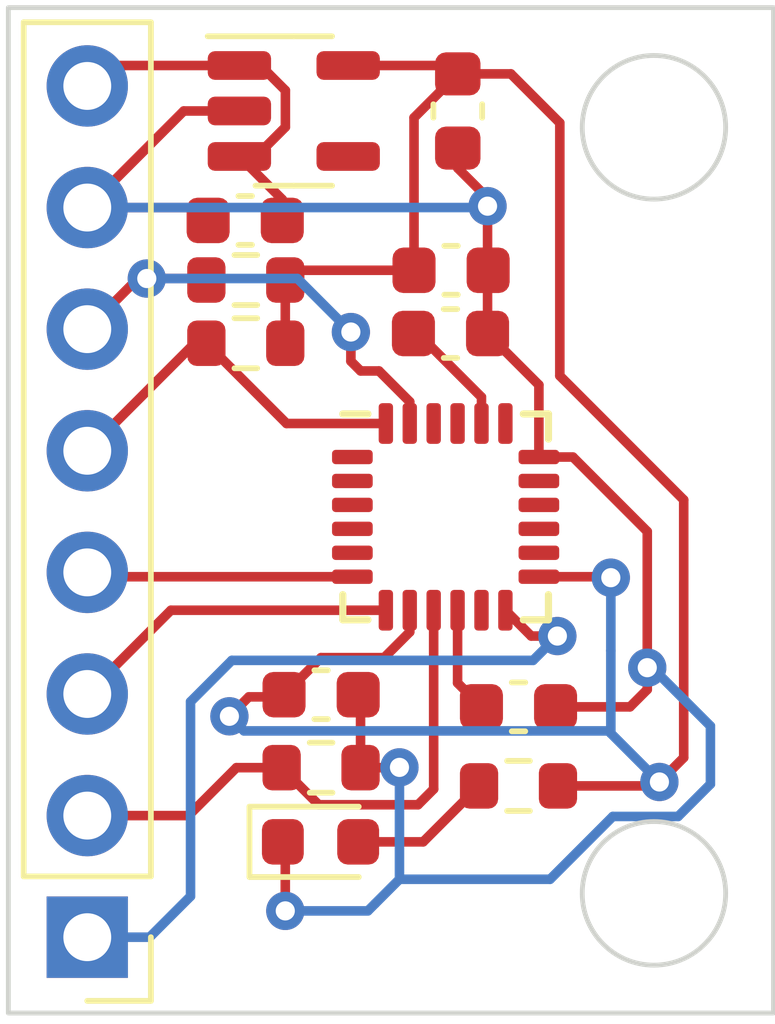
<source format=kicad_pcb>
(kicad_pcb (version 20211014) (generator pcbnew)
  (layers (0 "F.Cu" signal "cobre frontal") (31 "B.Cu" signal "Cobre traseira") (34 "B.Paste" user "Pasta traseira") (35 "F.Paste" user "Pasta frontal") (36 "B.SilkS" user "Serigrafia traseira") (37 "F.SilkS" user "Serigrafia frontal") (38 "B.Mask" user "Máscara traseira") (39 "F.Mask" user "Máscara frontal") (44 "Edge.Cuts" user "Cortes contorno"))
  (net 0 "")
  (net 3 "INT")
  (net 4 "AD0")
  (net 5 "XCL")
  (net 6 "XDA")
  (net 7 "SDA")
  (net 8 "SCL")
  (net 9 "GND")
  (net 10 "VCC")
  (net 11 "+3V3")
  (net 12 "Net-(U1-Pad10)")
  (net 13 "Net-(U1-Pad20)")
  (net 14 "Net-(R3-Pad2)")
  (footprint "Resistor_SMD:R_0603_1608Metric" (layer "F.Cu") (at 18.7838 20.656 180)
    (fp_text reference "R2" hide)
    (fp_text value "R")
    (fp_line (start -0.237258 -0.5225) (end 0.237258 -0.5225) (layer "F.SilkS") (width 0.12))
    (fp_line (start -0.237258 0.5225) (end 0.237258 0.5225) (layer "F.SilkS") (width 0.12))
    (pad "1" smd roundrect (at -0.825 0 180) (size 0.8 0.95) (layers "F.Cu" "F.Paste" "F.Mask") (net 11 "+3V3"))
    (pad "2" smd roundrect (at 0.825 0 180) (size 0.8 0.95) (layers "F.Cu" "F.Paste" "F.Mask") (net 7 "SDA"))
  )
  (footprint "Capacitor_SMD:C_0603_1608Metric" (layer "F.Cu") (at 18.7706 18.0906 180)
    (fp_text reference "C1" hide)
    (fp_text value "C" hide)
    (fp_line (start -0.14058 -0.51) (end 0.14058 -0.51) (layer "F.SilkS") (width 0.12))
    (fp_line (start -0.14058 0.51) (end 0.14058 0.51) (layer "F.SilkS") (width 0.12))
    (pad "1" smd roundrect (at -0.775 0 180) (size 0.9 0.95) (layers "F.Cu" "F.Paste" "F.Mask") (net 10 "VCC"))
    (pad "2" smd roundrect (at 0.775 0 180) (size 0.9 0.95) (layers "F.Cu" "F.Paste" "F.Mask") (net 9 "GND"))
  )
  (footprint "Resistor_SMD:R_0603_1608Metric" (layer "F.Cu") (at 20.3576 29.5206)
    (fp_text reference "R4" hide)
    (fp_text value "R" hide)
    (fp_line (start -0.237258 0.5225) (end 0.237258 0.5225) (layer "F.SilkS") (width 0.12))
    (fp_line (start -0.237258 -0.5225) (end 0.237258 -0.5225) (layer "F.SilkS") (width 0.12))
    (pad "1" smd roundrect (at -0.825 0) (size 0.8 0.95) (layers "F.Cu" "F.Paste" "F.Mask") (net 4 "AD0"))
    (pad "2" smd roundrect (at 0.825 0) (size 0.8 0.95) (layers "F.Cu" "F.Paste" "F.Mask") (net 9 "GND"))
  )
  (footprint "Capacitor_SMD:C_0603_1608Metric" (layer "F.Cu") (at 23.0632 20.4528)
    (fp_text reference "C6" hide)
    (fp_text value "C" hide)
    (fp_line (start -0.14058 -0.51) (end 0.14058 -0.51) (layer "F.SilkS") (width 0.12))
    (fp_line (start -0.14058 0.51) (end 0.14058 0.51) (layer "F.SilkS") (width 0.12))
    (pad "1" smd roundrect (at -0.775 0) (size 0.9 0.95) (layers "F.Cu" "F.Paste" "F.Mask") (net 13 "Net-(U1-Pad20)"))
    (pad "2" smd roundrect (at 0.775 0) (size 0.9 0.95) (layers "F.Cu" "F.Paste" "F.Mask") (net 9 "GND"))
  )
  (footprint "Capacitor_SMD:C_0603_1608Metric" (layer "F.Cu") (at 20.3578 27.9966)
    (fp_text reference "C4" hide)
    (fp_text value "C" hide)
    (fp_line (start -0.14058 0.51) (end 0.14058 0.51) (layer "F.SilkS") (width 0.12))
    (fp_line (start -0.14058 -0.51) (end 0.14058 -0.51) (layer "F.SilkS") (width 0.12))
    (pad "1" smd roundrect (at -0.775 0) (size 0.9 0.95) (layers "F.Cu" "F.Paste" "F.Mask") (net 11 "+3V3"))
    (pad "2" smd roundrect (at 0.775 0) (size 0.9 0.95) (layers "F.Cu" "F.Paste" "F.Mask") (net 9 "GND"))
  )
  (footprint "Resistor_SMD:R_0603_1608Metric" (layer "F.Cu") (at 18.7838 19.3352 180)
    (fp_text reference "R1" hide)
    (fp_text value "R")
    (fp_line (start -0.237258 -0.5225) (end 0.237258 -0.5225) (layer "F.SilkS") (width 0.12))
    (fp_line (start -0.237258 0.5225) (end 0.237258 0.5225) (layer "F.SilkS") (width 0.12))
    (pad "1" smd roundrect (at -0.825 0 180) (size 0.8 0.95) (layers "F.Cu" "F.Paste" "F.Mask") (net 11 "+3V3"))
    (pad "2" smd roundrect (at 0.825 0 180) (size 0.8 0.95) (layers "F.Cu" "F.Paste" "F.Mask") (net 8 "SCL"))
  )
  (footprint "Package_TO_SOT_SMD:SOT-23-5" (layer "F.Cu") (at 19.7866 15.8046)
    (fp_text reference "U2" hide)
    (fp_text value "TC2185-3.3VxCTTR" hide)
    (fp_line (start 0 -1.56) (end -1.8 -1.56) (layer "F.SilkS") (width 0.12))
    (fp_line (start 0 1.56) (end -0.8 1.56) (layer "F.SilkS") (width 0.12))
    (fp_line (start 0 1.56) (end 0.8 1.56) (layer "F.SilkS") (width 0.12))
    (fp_line (start 0 -1.56) (end 0.8 -1.56) (layer "F.SilkS") (width 0.12))
    (pad "1" smd roundrect (at -1.1375 -0.95) (size 1.325 0.6) (layers "F.Cu" "F.Paste" "F.Mask") (net 10 "VCC"))
    (pad "2" smd roundrect (at -1.1375 0) (size 1.325 0.6) (layers "F.Cu" "F.Paste" "F.Mask") (net 9 "GND"))
    (pad "3" smd roundrect (at -1.1375 0.95) (size 1.325 0.6) (layers "F.Cu" "F.Paste" "F.Mask") (net 10 "VCC"))
    (pad "4" smd roundrect (at 1.1375 0.95) (size 1.325 0.6) (layers "F.Cu" "F.Paste" "F.Mask"))
    (pad "5" smd roundrect (at 1.1375 -0.95) (size 1.325 0.6) (layers "F.Cu" "F.Paste" "F.Mask") (net 11 "+3V3"))
  )
  (footprint "Connector_PinHeader_2.54mm:PinHeader_1x08_P2.54mm_Vertical" (layer "F.Cu") (at 15.4686 33.0616 180)
    (fp_text reference "J1" hide)
    (fp_text value "Conn_01x08_MountingPin" hide)
    (fp_line (start -1.33 -1.33) (end 0 -1.33) (layer "F.SilkS") (width 0.12))
    (fp_line (start -1.33 0) (end -1.33 -1.33) (layer "F.SilkS") (width 0.12))
    (fp_line (start -1.33 19.11) (end 1.33 19.11) (layer "F.SilkS") (width 0.12))
    (fp_line (start 1.33 1.27) (end 1.33 19.11) (layer "F.SilkS") (width 0.12))
    (fp_line (start -1.33 1.27) (end -1.33 19.11) (layer "F.SilkS") (width 0.12))
    (fp_line (start -1.33 1.27) (end 1.33 1.27) (layer "F.SilkS") (width 0.12))
    (pad "1" thru_hole rect (at 0 0 180) (size 1.7 1.7) (drill 1) (layers *.Cu *.Mask) (net 3 "INT"))
    (pad "2" thru_hole oval (at 0 2.54 180) (size 1.7 1.7) (drill 1) (layers *.Cu *.Mask) (net 4 "AD0"))
    (pad "3" thru_hole oval (at 0 5.08 180) (size 1.7 1.7) (drill 1) (layers *.Cu *.Mask) (net 5 "XCL"))
    (pad "4" thru_hole oval (at 0 7.62 180) (size 1.7 1.7) (drill 1) (layers *.Cu *.Mask) (net 6 "XDA"))
    (pad "5" thru_hole oval (at 0 10.16 180) (size 1.7 1.7) (drill 1) (layers *.Cu *.Mask) (net 7 "SDA"))
    (pad "6" thru_hole oval (at 0 12.7 180) (size 1.7 1.7) (drill 1) (layers *.Cu *.Mask) (net 8 "SCL"))
    (pad "7" thru_hole oval (at 0 15.24 180) (size 1.7 1.7) (drill 1) (layers *.Cu *.Mask) (net 9 "GND"))
    (pad "8" thru_hole oval (at 0 17.78 180) (size 1.7 1.7) (drill 1) (layers *.Cu *.Mask) (net 10 "VCC"))
  )
  (footprint "Sensor_Motion:InvenSense_QFN-24_4x4mm_P0.5mm" (layer "F.Cu") (at 22.9616 24.2824)
    (fp_text reference "U1" hide)
    (fp_text value "MPU-6050" hide)
    (fp_line (start 2.15 2.15) (end 2.15 1.625) (layer "F.SilkS") (width 0.15))
    (fp_line (start 2.15 -2.15) (end 2.15 -1.625) (layer "F.SilkS") (width 0.15))
    (fp_line (start -2.15 2.15) (end -2.15 1.625) (layer "F.SilkS") (width 0.15))
    (fp_line (start 2.15 2.15) (end 1.625 2.15) (layer "F.SilkS") (width 0.15))
    (fp_line (start -2.15 2.15) (end -1.625 2.15) (layer "F.SilkS") (width 0.15))
    (fp_line (start 2.15 -2.15) (end 1.625 -2.15) (layer "F.SilkS") (width 0.15))
    (fp_line (start -2.15 -2.15) (end -1.625 -2.15) (layer "F.SilkS") (width 0.15))
    (pad "1" smd roundrect (at -1.95 -1.25) (size 0.85 0.3) (layers "F.Cu" "F.Paste" "F.Mask"))
    (pad "2" smd roundrect (at -1.95 -0.75) (size 0.85 0.3) (layers "F.Cu" "F.Paste" "F.Mask"))
    (pad "3" smd roundrect (at -1.95 -0.25) (size 0.85 0.3) (layers "F.Cu" "F.Paste" "F.Mask"))
    (pad "4" smd roundrect (at -1.95 0.25) (size 0.85 0.3) (layers "F.Cu" "F.Paste" "F.Mask"))
    (pad "5" smd roundrect (at -1.95 0.75) (size 0.85 0.3) (layers "F.Cu" "F.Paste" "F.Mask"))
    (pad "6" smd roundrect (at -1.95 1.25) (size 0.85 0.3) (layers "F.Cu" "F.Paste" "F.Mask") (net 6 "XDA"))
    (pad "7" smd roundrect (at -1.25 1.95 90) (size 0.85 0.3) (layers "F.Cu" "F.Paste" "F.Mask") (net 5 "XCL"))
    (pad "8" smd roundrect (at -0.75 1.95 90) (size 0.85 0.3) (layers "F.Cu" "F.Paste" "F.Mask") (net 11 "+3V3"))
    (pad "9" smd roundrect (at -0.25 1.95 90) (size 0.85 0.3) (layers "F.Cu" "F.Paste" "F.Mask") (net 4 "AD0"))
    (pad "10" smd roundrect (at 0.25 1.95 90) (size 0.85 0.3) (layers "F.Cu" "F.Paste" "F.Mask") (net 12 "Net-(U1-Pad10)"))
    (pad "11" smd roundrect (at 0.75 1.95 90) (size 0.85 0.3) (layers "F.Cu" "F.Paste" "F.Mask"))
    (pad "12" smd roundrect (at 1.25 1.95 90) (size 0.85 0.3) (layers "F.Cu" "F.Paste" "F.Mask") (net 3 "INT"))
    (pad "13" smd roundrect (at 1.95 1.25) (size 0.85 0.3) (layers "F.Cu" "F.Paste" "F.Mask") (net 11 "+3V3"))
    (pad "14" smd roundrect (at 1.95 0.75) (size 0.85 0.3) (layers "F.Cu" "F.Paste" "F.Mask"))
    (pad "15" smd roundrect (at 1.95 0.25) (size 0.85 0.3) (layers "F.Cu" "F.Paste" "F.Mask"))
    (pad "16" smd roundrect (at 1.95 -0.25) (size 0.85 0.3) (layers "F.Cu" "F.Paste" "F.Mask"))
    (pad "17" smd roundrect (at 1.95 -0.75) (size 0.85 0.3) (layers "F.Cu" "F.Paste" "F.Mask"))
    (pad "18" smd roundrect (at 1.95 -1.25) (size 0.85 0.3) (layers "F.Cu" "F.Paste" "F.Mask") (net 9 "GND"))
    (pad "19" smd roundrect (at 1.25 -1.95 90) (size 0.85 0.3) (layers "F.Cu" "F.Paste" "F.Mask"))
    (pad "20" smd roundrect (at 0.75 -1.95 90) (size 0.85 0.3) (layers "F.Cu" "F.Paste" "F.Mask") (net 13 "Net-(U1-Pad20)"))
    (pad "21" smd roundrect (at 0.25 -1.95 90) (size 0.85 0.3) (layers "F.Cu" "F.Paste" "F.Mask"))
    (pad "22" smd roundrect (at -0.25 -1.95 90) (size 0.85 0.3) (layers "F.Cu" "F.Paste" "F.Mask"))
    (pad "23" smd roundrect (at -0.75 -1.95 90) (size 0.85 0.3) (layers "F.Cu" "F.Paste" "F.Mask") (net 8 "SCL"))
    (pad "24" smd roundrect (at -1.25 -1.95 90) (size 0.85 0.3) (layers "F.Cu" "F.Paste" "F.Mask") (net 7 "SDA"))
  )
  (footprint "Capacitor_SMD:C_0603_1608Metric" (layer "F.Cu") (at 23.0756 19.132)
    (fp_text reference "C2" hide)
    (fp_text value "C" hide)
    (fp_line (start -0.14058 -0.51) (end 0.14058 -0.51) (layer "F.SilkS") (width 0.12))
    (fp_line (start -0.14058 0.51) (end 0.14058 0.51) (layer "F.SilkS") (width 0.12))
    (pad "1" smd roundrect (at -0.775 0) (size 0.9 0.95) (layers "F.Cu" "F.Paste" "F.Mask") (net 11 "+3V3"))
    (pad "2" smd roundrect (at 0.775 0) (size 0.9 0.95) (layers "F.Cu" "F.Paste" "F.Mask") (net 9 "GND"))
  )
  (footprint "Capacitor_SMD:C_0603_1608Metric" (layer "F.Cu") (at 23.2156 15.8046 -90)
    (fp_text reference "C3" hide)
    (fp_text value "C" hide)
    (fp_line (start -0.14058 0.51) (end 0.14058 0.51) (layer "F.SilkS") (width 0.12))
    (fp_line (start -0.14058 -0.51) (end 0.14058 -0.51) (layer "F.SilkS") (width 0.12))
    (pad "1" smd roundrect (at -0.775 0 270) (size 0.9 0.95) (layers "F.Cu" "F.Paste" "F.Mask") (net 11 "+3V3"))
    (pad "2" smd roundrect (at 0.775 0 270) (size 0.9 0.95) (layers "F.Cu" "F.Paste" "F.Mask") (net 9 "GND"))
  )
  (footprint "Resistor_SMD:R_0603_1608Metric" (layer "F.Cu") (at 24.4856 29.9016 180)
    (fp_text reference "R3" hide)
    (fp_text value "R" hide)
    (fp_line (start -0.237258 0.5225) (end 0.237258 0.5225) (layer "F.SilkS") (width 0.12))
    (fp_line (start -0.237258 -0.5225) (end 0.237258 -0.5225) (layer "F.SilkS") (width 0.12))
    (pad "1" smd roundrect (at -0.825 0 180) (size 0.8 0.95) (layers "F.Cu" "F.Paste" "F.Mask") (net 11 "+3V3"))
    (pad "2" smd roundrect (at 0.825 0 180) (size 0.8 0.95) (layers "F.Cu" "F.Paste" "F.Mask") (net 14 "Net-(R3-Pad2)"))
  )
  (footprint "Capacitor_SMD:C_0603_1608Metric" (layer "F.Cu") (at 24.4856 28.2506)
    (fp_text reference "C5" hide)
    (fp_text value "C" hide)
    (fp_line (start -0.14058 0.51) (end 0.14058 0.51) (layer "F.SilkS") (width 0.12))
    (fp_line (start -0.14058 -0.51) (end 0.14058 -0.51) (layer "F.SilkS") (width 0.12))
    (pad "1" smd roundrect (at -0.775 0) (size 0.9 0.95) (layers "F.Cu" "F.Paste" "F.Mask") (net 12 "Net-(U1-Pad10)"))
    (pad "2" smd roundrect (at 0.775 0) (size 0.9 0.95) (layers "F.Cu" "F.Paste" "F.Mask") (net 9 "GND"))
  )
  (footprint "LED_SMD:LED_0603_1608Metric" (layer "F.Cu") (at 20.3453 31.07)
    (fp_text reference "D1" hide)
    (fp_text value "LED" hide)
    (fp_line (start -1.485 -0.735) (end -1.485 0.735) (layer "F.SilkS") (width 0.12))
    (fp_line (start 0.8 -0.735) (end -1.485 -0.735) (layer "F.SilkS") (width 0.12))
    (fp_line (start -1.485 0.735) (end 0.8 0.735) (layer "F.SilkS") (width 0.12))
    (pad "1" smd roundrect (at -0.7875 0) (size 0.875 0.95) (layers "F.Cu" "F.Paste" "F.Mask") (net 9 "GND"))
    (pad "2" smd roundrect (at 0.7875 0) (size 0.875 0.95) (layers "F.Cu" "F.Paste" "F.Mask") (net 14 "Net-(R3-Pad2)"))
  )
  (gr_rect (start 13.8176 13.6456) (end 29.8176 34.6456) (layer "Edge.Cuts") (width 0.1) (fill none))
  (gr_circle (center 27.3176 32.1456) (end 28.8176 32.1456) (layer "Edge.Cuts") (width 0.1) (fill none))
  (gr_circle (center 27.3176 16.1456) (end 28.8176 16.1456) (layer "Edge.Cuts") (width 0.1) (fill none))
  (segment (start 24.2116 26.2324) (end 24.7508 26.7716) (width 0.2) (layer "F.Cu") (net 3))
  (segment (start 24.7508 26.7716) (end 25.2984 26.7716) (width 0.2) (layer "F.Cu") (net 3))
  (via (at 25.2984 26.7716) (size 0.8) (drill 0.4) (layers "F.Cu" "B.Cu") (net 3))
  (segment (start 17.6276 28.1432) (end 17.6276 32.2072) (width 0.2) (layer "B.Cu") (net 3))
  (segment (start 16.7732 33.0616) (end 15.4686 33.0616) (width 0.2) (layer "B.Cu") (net 3))
  (segment (start 25.2984 26.7716) (end 24.7904 27.2796) (width 0.2) (layer "B.Cu") (net 3))
  (segment (start 17.6276 32.2072) (end 16.7732 33.0616) (width 0.2) (layer "B.Cu") (net 3))
  (segment (start 24.7904 27.2796) (end 18.4912 27.2796) (width 0.2) (layer "B.Cu") (net 3))
  (segment (start 18.4912 27.2796) (end 17.6276 28.1432) (width 0.2) (layer "B.Cu") (net 3))
  (segment (start 17.586 30.5216) (end 18.587 29.5206) (width 0.2) (layer "F.Cu") (net 4))
  (segment (start 20.30712 30.29512) (end 19.5326 29.5206) (width 0.2) (layer "F.Cu") (net 4))
  (segment (start 22.7116 29.968) (end 22.38448 30.29512) (width 0.2) (layer "F.Cu") (net 4))
  (segment (start 22.7116 26.2324) (end 22.7116 29.968) (width 0.2) (layer "F.Cu") (net 4))
  (segment (start 15.4686 30.5216) (end 17.586 30.5216) (width 0.2) (layer "F.Cu") (net 4))
  (segment (start 18.587 29.5206) (end 19.5326 29.5206) (width 0.2) (layer "F.Cu") (net 4))
  (segment (start 22.38448 30.29512) (end 20.30712 30.29512) (width 0.2) (layer "F.Cu") (net 4))
  (segment (start 17.2178 26.2324) (end 15.4686 27.9816) (width 0.2) (layer "F.Cu") (net 5))
  (segment (start 21.7116 26.2324) (end 17.2178 26.2324) (width 0.2) (layer "F.Cu") (net 5))
  (segment (start 15.5594 25.5324) (end 15.4686 25.4416) (width 0.2) (layer "F.Cu") (net 6))
  (segment (start 21.0116 25.5324) (end 15.5594 25.5324) (width 0.2) (layer "F.Cu") (net 6))
  (segment (start 15.4686 22.9016) (end 17.7142 20.656) (width 0.2) (layer "F.Cu") (net 7))
  (segment (start 19.6352 22.3324) (end 17.9588 20.656) (width 0.2) (layer "F.Cu") (net 7))
  (segment (start 21.7116 22.3324) (end 19.6352 22.3324) (width 0.2) (layer "F.Cu") (net 7))
  (segment (start 17.7142 20.656) (end 17.9588 20.656) (width 0.2) (layer "F.Cu") (net 7))
  (segment (start 22.2116 21.877749) (end 21.568251 21.2344) (width 0.2) (layer "F.Cu") (net 8))
  (segment (start 15.4686 20.3616) (end 16.5262 19.304) (width 0.2) (layer "F.Cu") (net 8))
  (segment (start 16.7132 19.304) (end 17.9276 19.304) (width 0.2) (layer "F.Cu") (net 8))
  (segment (start 17.9276 19.304) (end 17.9588 19.3352) (width 0.2) (layer "F.Cu") (net 8))
  (segment (start 21.1836 21.2344) (end 20.9804 21.0312) (width 0.2) (layer "F.Cu") (net 8))
  (segment (start 20.9804 21.0312) (end 20.9804 20.4216) (width 0.2) (layer "F.Cu") (net 8))
  (segment (start 22.2116 22.3324) (end 22.2116 21.877749) (width 0.2) (layer "F.Cu") (net 8))
  (segment (start 21.568251 21.2344) (end 21.1836 21.2344) (width 0.2) (layer "F.Cu") (net 8))
  (segment (start 16.5262 19.304) (end 16.7132 19.304) (width 0.2) (layer "F.Cu") (net 8))
  (via (at 20.9804 20.4216) (size 0.8) (drill 0.4) (layers "F.Cu" "B.Cu") (net 8))
  (via (at 16.7132 19.304) (size 0.8) (drill 0.4) (layers "F.Cu" "B.Cu") (net 8))
  (segment (start 19.8628 19.304) (end 16.7132 19.304) (width 0.2) (layer "B.Cu") (net 8))
  (segment (start 20.9804 20.4216) (end 19.8628 19.304) (width 0.2) (layer "B.Cu") (net 8))
  (segment (start 25.2606 28.2506) (end 26.8166 28.2506) (width 0.2) (layer "F.Cu") (net 9))
  (segment (start 23.8382 20.4528) (end 23.8382 17.793) (width 0.2) (layer "F.Cu") (net 9))
  (segment (start 23.8382 17.621) (end 23.8382 17.793) (width 0.2) (layer "F.Cu") (net 9))
  (segment (start 25.6232 23.0324) (end 27.178 24.5872) (width 0.2) (layer "F.Cu") (net 9))
  (segment (start 27.178 24.5872) (end 27.178 27.432) (width 0.2) (layer "F.Cu") (net 9))
  (segment (start 19.6088 32.512) (end 19.6088 31.121) (width 0.2) (layer "F.Cu") (net 9))
  (segment (start 21.1826 29.5206) (end 21.1826 28.0464) (width 0.2) (layer "F.Cu") (net 9))
  (segment (start 24.9116 21.5262) (end 23.8382 20.4528) (width 0.2) (layer "F.Cu") (net 9))
  (segment (start 24.9116 23.0324) (end 24.9116 21.5262) (width 0.2) (layer "F.Cu") (net 9))
  (segment (start 21.1826 28.0464) (end 21.1328 27.9966) (width 0.2) (layer "F.Cu") (net 9))
  (segment (start 21.9906 29.5206) (end 21.9964 29.5148) (width 0.2) (layer "F.Cu") (net 9))
  (segment (start 15.4686 17.8216) (end 17.4856 15.8046) (width 0.2) (layer "F.Cu") (net 9))
  (segment (start 26.8166 28.2506) (end 27.178 27.8892) (width 0.2) (layer "F.Cu") (net 9))
  (segment (start 19.6088 31.121) (end 19.5578 31.07) (width 0.2) (layer "F.Cu") (net 9))
  (segment (start 27.178 27.8892) (end 27.178 27.432) (width 0.2) (layer "F.Cu") (net 9))
  (segment (start 17.4856 15.8046) (end 18.6491 15.8046) (width 0.2) (layer "F.Cu") (net 9))
  (segment (start 23.2156 16.9984) (end 23.8382 17.621) (width 0.2) (layer "F.Cu") (net 9))
  (segment (start 21.1826 29.5206) (end 21.9906 29.5206) (width 0.2) (layer "F.Cu") (net 9))
  (segment (start 24.9116 23.0324) (end 25.6232 23.0324) (width 0.2) (layer "F.Cu") (net 9))
  (segment (start 19.5578 31.07) (end 19.6332 31.07) (width 0.2) (layer "F.Cu") (net 9))
  (segment (start 17.7266 17.8216) (end 15.4686 17.8216) (width 0.2) (layer "F.Cu") (net 9))
  (segment (start 23.2156 16.5796) (end 23.2156 16.9984) (width 0.2) (layer "F.Cu") (net 9))
  (segment (start 17.9956 18.0906) (end 17.7266 17.8216) (width 0.2) (layer "F.Cu") (net 9))
  (via (at 21.9964 29.5148) (size 0.8) (drill 0.4) (layers "F.Cu" "B.Cu") (net 9))
  (via (at 23.8382 17.793) (size 0.8) (drill 0.4) (layers "F.Cu" "B.Cu") (net 9))
  (via (at 19.6088 32.512) (size 0.8) (drill 0.4) (layers "F.Cu" "B.Cu") (net 9))
  (via (at 27.178 27.432) (size 0.8) (drill 0.4) (layers "F.Cu" "B.Cu") (net 9))
  (segment (start 21.336 32.512) (end 19.6088 32.512) (width 0.2) (layer "B.Cu") (net 9))
  (segment (start 25.146 31.8516) (end 21.9964 31.8516) (width 0.2) (layer "B.Cu") (net 9))
  (segment (start 27.822515 30.539931) (end 26.457669 30.539931) (width 0.2) (layer "B.Cu") (net 9))
  (segment (start 21.4884 32.3596) (end 21.336 32.512) (width 0.2) (layer "B.Cu") (net 9))
  (segment (start 26.457669 30.539931) (end 25.146 31.8516) (width 0.2) (layer "B.Cu") (net 9))
  (segment (start 21.9964 29.5148) (end 21.9964 31.8516) (width 0.2) (layer "B.Cu") (net 9))
  (segment (start 27.2796 27.432) (end 28.4988 28.6512) (width 0.2) (layer "B.Cu") (net 9))
  (segment (start 21.9964 31.8516) (end 21.4884 32.3596) (width 0.2) (layer "B.Cu") (net 9))
  (segment (start 23.8382 17.793) (end 23.8096 17.8216) (width 0.2) (layer "B.Cu") (net 9))
  (segment (start 27.178 27.432) (end 27.2796 27.432) (width 0.2) (layer "B.Cu") (net 9))
  (segment (start 23.8096 17.8216) (end 15.4686 17.8216) (width 0.2) (layer "B.Cu") (net 9))
  (segment (start 28.4988 28.6512) (end 28.4988 29.863646) (width 0.2) (layer "B.Cu") (net 9))
  (segment (start 28.4988 29.863646) (end 27.822515 30.539931) (width 0.2) (layer "B.Cu") (net 9))
  (segment (start 19.5456 18.0906) (end 19.5456 17.6511) (width 0.2) (layer "F.Cu") (net 10))
  (segment (start 18.6491 16.7546) (end 18.997317 16.7546) (width 0.2) (layer "F.Cu") (net 10))
  (segment (start 19.5456 17.6511) (end 18.6491 16.7546) (width 0.2) (layer "F.Cu") (net 10))
  (segment (start 19.61112 16.140797) (end 19.61112 15.37512) (width 0.2) (layer "F.Cu") (net 10))
  (segment (start 19.61112 15.37512) (end 19.0906 14.8546) (width 0.2) (layer "F.Cu") (net 10))
  (segment (start 18.997317 16.7546) (end 19.61112 16.140797) (width 0.2) (layer "F.Cu") (net 10))
  (segment (start 15.4686 15.2816) (end 15.8956 14.8546) (width 0.2) (layer "F.Cu") (net 10))
  (segment (start 15.8956 14.8546) (end 18.6491 14.8546) (width 0.2) (layer "F.Cu") (net 10))
  (segment (start 19.0906 14.8546) (end 18.6491 14.8546) (width 0.2) (layer "F.Cu") (net 10))
  (segment (start 26.396 25.5324) (end 26.416 25.5524) (width 0.2) (layer "F.Cu") (net 11))
  (segment (start 19.5378 28.0416) (end 19.5828 27.9966) (width 0.2) (layer "F.Cu") (net 11))
  (segment (start 27.94 29.3116) (end 27.432 29.8196) (width 0.2) (layer "F.Cu") (net 11))
  (segment (start 22.3006 19.132) (end 19.812 19.132) (width 0.2) (layer "F.Cu") (net 11))
  (segment (start 22.3006 15.9446) (end 23.2156 15.0296) (width 0.2) (layer "F.Cu") (net 11))
  (segment (start 23.2156 15.0296) (end 24.326 15.0296) (width 0.2) (layer "F.Cu") (net 11))
  (segment (start 27.432 29.8196) (end 27.35 29.9016) (width 0.2) (layer "F.Cu") (net 11))
  (segment (start 19.6088 20.656) (end 19.6088 19.3352) (width 0.2) (layer "F.Cu") (net 11))
  (segment (start 23.0406 14.8546) (end 23.2156 15.0296) (width 0.2) (layer "F.Cu") (net 11))
  (segment (start 25.3492 21.336) (end 27.94 23.9268) (width 0.2) (layer "F.Cu") (net 11))
  (segment (start 21.676571 27.22208) (end 20.35732 27.22208) (width 0.2) (layer "F.Cu") (net 11))
  (segment (start 24.9116 25.5324) (end 26.396 25.5324) (width 0.2) (layer "F.Cu") (net 11))
  (segment (start 27.94 23.9268) (end 27.94 29.3116) (width 0.2) (layer "F.Cu") (net 11))
  (segment (start 22.3006 19.132) (end 22.3006 15.9446) (width 0.2) (layer "F.Cu") (net 11))
  (segment (start 18.8468 28.0416) (end 19.5378 28.0416) (width 0.2) (layer "F.Cu") (net 11))
  (segment (start 24.326 15.0296) (end 25.3492 16.0528) (width 0.2) (layer "F.Cu") (net 11))
  (segment (start 22.2116 26.687051) (end 21.676571 27.22208) (width 0.2) (layer "F.Cu") (net 11))
  (segment (start 19.812 19.132) (end 19.6088 19.3352) (width 0.2) (layer "F.Cu") (net 11))
  (segment (start 18.4404 28.448) (end 18.8468 28.0416) (width 0.2) (layer "F.Cu") (net 11))
  (segment (start 25.3492 16.0528) (end 25.3492 21.336) (width 0.2) (layer "F.Cu") (net 11))
  (segment (start 27.35 29.9016) (end 25.3106 29.9016) (width 0.2) (layer "F.Cu") (net 11))
  (segment (start 20.35732 27.22208) (end 19.5828 27.9966) (width 0.2) (layer "F.Cu") (net 11))
  (segment (start 20.9241 14.8546) (end 23.0406 14.8546) (width 0.2) (layer "F.Cu") (net 11))
  (segment (start 22.2116 26.687051) (end 22.2116 26.2324) (width 0.2) (layer "F.Cu") (net 11))
  (via (at 27.432 29.8196) (size 0.8) (drill 0.4) (layers "F.Cu" "B.Cu") (net 11))
  (via (at 18.4404 28.448) (size 0.8) (drill 0.4) (layers "F.Cu" "B.Cu") (net 11))
  (via (at 26.416 25.5524) (size 0.8) (drill 0.4) (layers "F.Cu" "B.Cu") (net 11))
  (segment (start 24.7396 28.7528) (end 26.3652 28.7528) (width 0.2) (layer "B.Cu") (net 11))
  (segment (start 26.3652 28.7528) (end 26.416 28.8036) (width 0.2) (layer "B.Cu") (net 11))
  (segment (start 18.4404 28.448) (end 18.7452 28.7528) (width 0.2) (layer "B.Cu") (net 11))
  (segment (start 26.416 28.8036) (end 27.432 29.8196) (width 0.2) (layer "B.Cu") (net 11))
  (segment (start 18.7452 28.7528) (end 24.7396 28.7528) (width 0.2) (layer "B.Cu") (net 11))
  (segment (start 26.416 27.0764) (end 26.416 28.8036) (width 0.2) (layer "B.Cu") (net 11))
  (segment (start 26.416 25.5524) (end 26.416 27.0764) (width 0.2) (layer "B.Cu") (net 11))
  (segment (start 23.2116 27.7516) (end 23.2116 26.2324) (width 0.2) (layer "F.Cu") (net 12))
  (segment (start 23.7106 28.2506) (end 23.2116 27.7516) (width 0.2) (layer "F.Cu") (net 12))
  (segment (start 22.3832 20.4528) (end 22.2882 20.4528) (width 0.2) (layer "F.Cu") (net 13))
  (segment (start 23.7116 21.7812) (end 22.3832 20.4528) (width 0.2) (layer "F.Cu") (net 13))
  (segment (start 23.7116 22.3324) (end 23.7116 21.7812) (width 0.2) (layer "F.Cu") (net 13))
  (segment (start 22.4922 31.07) (end 23.6606 29.9016) (width 0.2) (layer "F.Cu") (net 14))
  (segment (start 21.1328 31.07) (end 22.4922 31.07) (width 0.2) (layer "F.Cu") (net 14))
)
</source>
